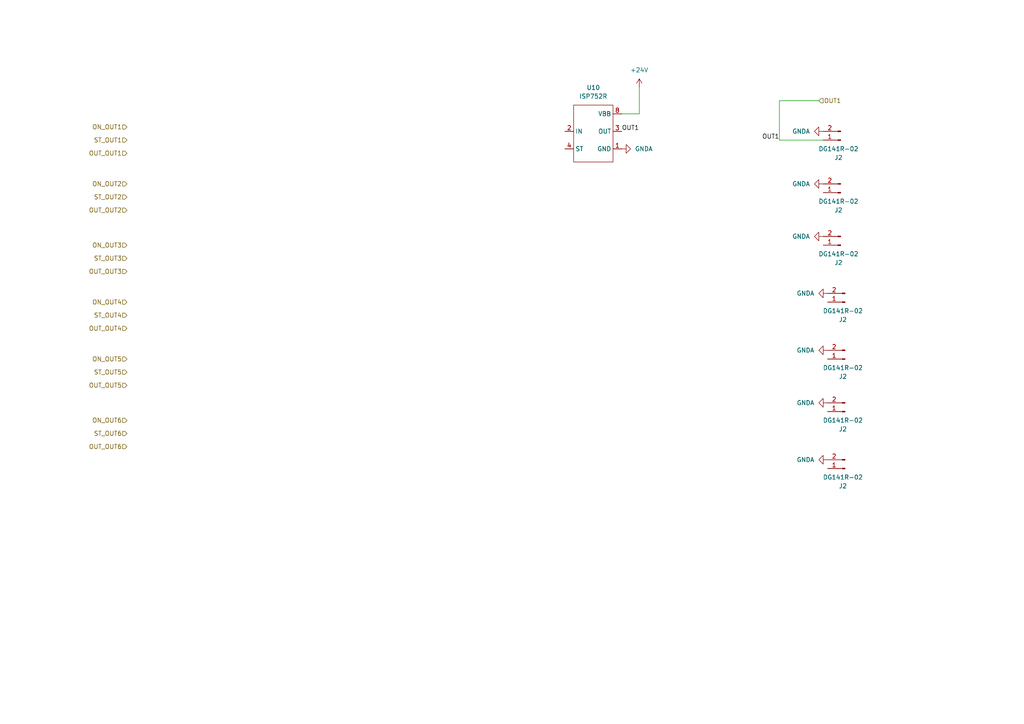
<source format=kicad_sch>
(kicad_sch (version 20230121) (generator eeschema)
  (paper "A4")
  (lib_symbols
    (symbol "Connector:Conn_01x02_Pin" (pin_names (offset 1.016) hide)
      (property "Reference" "J" (at 0 2.54 0))
      (property "Value" "Conn_01x02_Pin" (at 0 -5.08 0))
      (symbol "Conn_01x02_Pin_1_1"
        (polyline (pts (xy 1.27 -2.54) (xy 0.8636 -2.54)) (stroke (width 0.1524)))
        (polyline (pts (xy 1.27 0) (xy 0.8636 0)) (stroke (width 0.1524)))
        (rectangle (start 0.8636 -2.413) (end 0 -2.667) (stroke (width 0.1524)) (fill (type outline)))
        (rectangle (start 0.8636 0.127) (end 0 -0.127) (stroke (width 0.1524)) (fill (type outline)))
        (pin passive line (at 5.08 0 180) (length 3.81) (name "Pin_1") (number "1"))
        (pin passive line (at 5.08 -2.54 180) (length 3.81) (name "Pin_2") (number "2"))
      )
    )
    (symbol "PCM_4ms_Power-symbol:GNDA" (power) (pin_numbers hide) (pin_names (offset 0) hide)
      (property "Value" "GNDA" (at 0 -3.81 0))
      (symbol "GNDA_0_1"
        (polyline (pts (xy 0 0) (xy 0 -1.27) (xy 1.27 -1.27) (xy 0 -2.54) (xy -1.27 -1.27) (xy 0 -1.27)))
      )
      (symbol "GNDA_1_1"
        (pin power_in line (at 0 0 270) (length 0) hide (name "GNDA") (number "1"))
      )
    )
    (symbol "Power_Management:ISP752R"
      (property "Reference" "U" (at 0 2.54 0))
      (property "Value" "ISP752R" (at 0 0 0))
      (symbol "ISP752R_0_1"
        (rectangle (start -6.35 -2.54) (end 5.08 -19.05))
      )
      (symbol "ISP752R_1_1"
        (pin input line (at 7.62 -15.24 180) (length 2.54) (name "GND") (number "1"))
        (pin input line (at -8.89 -10.16 0) (length 2.54) (name "IN") (number "2"))
        (pin input line (at 7.62 -10.16 180) (length 2.54) (name "OUT") (number "3"))
        (pin input line (at -8.89 -15.24 0) (length 2.54) (name "ST") (number "4"))
        (pin input line (at 7.62 -5.08 180) (length 2.54) hide (name "") (number "5"))
        (pin input line (at 7.62 -5.08 180) (length 2.54) hide (name "") (number "6"))
        (pin input line (at 7.62 -5.08 180) (length 2.54) hide (name "") (number "7"))
        (pin input line (at 7.62 -5.08 180) (length 2.54) (name "VBB") (number "8"))
      )
    )
    (symbol "power:+24V" (power) (pin_numbers hide) (pin_names (offset 0) hide)
      (property "Value" "+24V" (at 0 3.556 0))
      (symbol "+24V_0_1"
        (polyline (pts (xy -0.762 1.27) (xy 0 2.54)))
        (polyline (pts (xy 0 0) (xy 0 2.54)))
        (polyline (pts (xy 0 2.54) (xy 0.762 1.27)))
      )
      (symbol "+24V_1_1"
        (pin power_in line (at 0 0 90) (length 0) hide (name "+24V") (number "1"))
      )
    )
  )
  (wire (pts (xy 237.49 29.21) (xy 226.06 29.21)))
  (wire (pts (xy 180.34 33.02) (xy 185.42 33.02)))
  (wire (pts (xy 226.06 29.21) (xy 226.06 40.64)))
  (wire (pts (xy 226.06 40.64) (xy 238.76 40.64)))
  (wire (pts (xy 185.42 33.02) (xy 185.42 25.4)))
  (label "OUT1" (at 180.34 38.1 0))
  (label "OUT1" (at 226.06 40.64 180))
  (hierarchical_label "ON_OUT5" (shape input) (at 36.83 104.14 180))
  (hierarchical_label "OUT_OUT2" (shape input) (at 36.83 60.96 180))
  (hierarchical_label "OUT_OUT3" (shape input) (at 36.83 78.74 180))
  (hierarchical_label "ST_OUT3" (shape input) (at 36.83 74.93 180))
  (hierarchical_label "ON_OUT4" (shape input) (at 36.83 87.63 180))
  (hierarchical_label "OUT_OUT1" (shape input) (at 36.83 44.45 180))
  (hierarchical_label "ON_OUT6" (shape input) (at 36.83 121.92 180))
  (hierarchical_label "ON_OUT1" (shape input) (at 36.83 36.83 180))
  (hierarchical_label "OUT1" (shape input) (at 237.49 29.21 0))
  (hierarchical_label "ST_OUT6" (shape input) (at 36.83 125.73 180))
  (hierarchical_label "ST_OUT4" (shape input) (at 36.83 91.44 180))
  (hierarchical_label "OUT_OUT5" (shape input) (at 36.83 111.76 180))
  (hierarchical_label "ST_OUT2" (shape input) (at 36.83 57.15 180))
  (hierarchical_label "ON_OUT2" (shape input) (at 36.83 53.34 180))
  (hierarchical_label "ST_OUT1" (shape input) (at 36.83 40.64 180))
  (hierarchical_label "OUT_OUT4" (shape input) (at 36.83 95.25 180))
  (hierarchical_label "ST_OUT5" (shape input) (at 36.83 107.95 180))
  (hierarchical_label "ON_OUT3" (shape input) (at 36.83 71.12 180))
  (hierarchical_label "OUT_OUT6" (shape input) (at 36.83 129.54 180))
  (symbol (lib_id "power:+24V") (at 185.42 25.4 0) (unit 1)
    (property "Reference" "#PWR032" (effects hide))
    (property "Value" "+24V" (at 185.42 20.32 0))
    (instances (project "Плата дискретных входов" (path "" (reference "#PWR032") (unit 1)) (path "" (reference "#PWR0193") (unit 1))))
  )
  (symbol (lib_id "PCM_4ms_Power-symbol:GNDA") (at 240.03 116.84 270) (unit 1)
    (property "Reference" "#PWR0140" (effects hide))
    (property "Value" "GNDA" (at 236.22 116.84 90) (effects (justify right)))
    (instances (project "Плата дискретных входов" (path "" (reference "#PWR0140") (unit 1)) (path "" (reference "#PWR0171") (unit 1)) (path "" (reference "#PWR0190") (unit 1))) (project "Плата фото светодиоды" (path "" (reference "#PWR03") (unit 1))))
  )
  (symbol (lib_id "Connector:Conn_01x02_Pin") (at 245.11 119.38 180) (unit 1)
    (property "Reference" "J2" (at 244.475 124.46 0))
    (property "Value" "DG141R-02" (at 244.475 121.92 0))
    (property "Footprint" "Connector:DG141R-02" (effects hide))
    (instances (project "Плата дискретных входов" (path "" (reference "J2") (unit 1)) (path "" (reference "J9") (unit 1)) (path "" (reference "J14") (unit 1))))
  )
  (symbol (lib_id "PCM_4ms_Power-symbol:GNDA") (at 180.34 43.18 90) (unit 1)
    (property "Reference" "#PWR0140" (effects hide))
    (property "Value" "GNDA" (at 184.15 43.18 90) (effects (justify right)))
    (instances (project "Плата дискретных входов" (path "" (reference "#PWR0140") (unit 1)) (path "" (reference "#PWR0171") (unit 1)) (path "" (reference "#PWR0192") (unit 1))) (project "Плата фото светодиоды" (path "" (reference "#PWR03") (unit 1))))
  )
  (symbol (lib_id "PCM_4ms_Power-symbol:GNDA") (at 240.03 133.35 270) (unit 1)
    (property "Reference" "#PWR0140" (effects hide))
    (property "Value" "GNDA" (at 236.22 133.35 90) (effects (justify right)))
    (instances (project "Плата дискретных входов" (path "" (reference "#PWR0140") (unit 1)) (path "" (reference "#PWR0171") (unit 1)) (path "" (reference "#PWR0191") (unit 1))) (project "Плата фото светодиоды" (path "" (reference "#PWR03") (unit 1))))
  )
  (symbol (lib_id "PCM_4ms_Power-symbol:GNDA") (at 238.76 38.1 270) (unit 1)
    (property "Reference" "#PWR0140" (effects hide))
    (property "Value" "GNDA" (at 234.95 38.1 90) (effects (justify right)))
    (instances (project "Плата дискретных входов" (path "" (reference "#PWR0140") (unit 1)) (path "" (reference "#PWR0171") (unit 1)) (path "" (reference "#PWR0171") (unit 1))) (project "Плата фото светодиоды" (path "" (reference "#PWR03") (unit 1))))
  )
  (symbol (lib_id "Connector:Conn_01x02_Pin") (at 243.84 55.88 180) (unit 1)
    (property "Reference" "J2" (at 243.205 60.96 0))
    (property "Value" "DG141R-02" (at 243.205 58.42 0))
    (property "Footprint" "Connector:DG141R-02" (effects hide))
    (instances (project "Плата дискретных входов" (path "" (reference "J2") (unit 1)) (path "" (reference "J9") (unit 1)) (path "" (reference "J10") (unit 1))))
  )
  (symbol (lib_id "Connector:Conn_01x02_Pin") (at 245.11 87.63 180) (unit 1)
    (property "Reference" "J2" (at 244.475 92.71 0))
    (property "Value" "DG141R-02" (at 244.475 90.17 0))
    (property "Footprint" "Connector:DG141R-02" (effects hide))
    (instances (project "Плата дискретных входов" (path "" (reference "J2") (unit 1)) (path "" (reference "J9") (unit 1)) (path "" (reference "J12") (unit 1))))
  )
  (symbol (lib_id "Connector:Conn_01x02_Pin") (at 243.84 40.64 180) (unit 1)
    (property "Reference" "J2" (at 243.205 45.72 0))
    (property "Value" "DG141R-02" (at 243.205 43.18 0))
    (property "Footprint" "Connector:DG141R-02" (effects hide))
    (instances (project "Плата дискретных входов" (path "" (reference "J2") (unit 1)) (path "" (reference "J9") (unit 1)) (path "" (reference "J9") (unit 1))))
  )
  (symbol (lib_id "Connector:Conn_01x02_Pin") (at 245.11 135.89 180) (unit 1)
    (property "Reference" "J2" (at 244.475 140.97 0))
    (property "Value" "DG141R-02" (at 244.475 138.43 0))
    (property "Footprint" "Connector:DG141R-02" (effects hide))
    (instances (project "Плата дискретных входов" (path "" (reference "J2") (unit 1)) (path "" (reference "J9") (unit 1)) (path "" (reference "J15") (unit 1))))
  )
  (symbol (lib_id "PCM_4ms_Power-symbol:GNDA") (at 240.03 101.6 270) (unit 1)
    (property "Reference" "#PWR0140" (effects hide))
    (property "Value" "GNDA" (at 236.22 101.6 90) (effects (justify right)))
    (instances (project "Плата дискретных входов" (path "" (reference "#PWR0140") (unit 1)) (path "" (reference "#PWR0171") (unit 1)) (path "" (reference "#PWR0189") (unit 1))) (project "Плата фото светодиоды" (path "" (reference "#PWR03") (unit 1))))
  )
  (symbol (lib_id "PCM_4ms_Power-symbol:GNDA") (at 238.76 53.34 270) (unit 1)
    (property "Reference" "#PWR0140" (effects hide))
    (property "Value" "GNDA" (at 234.95 53.34 90) (effects (justify right)))
    (instances (project "Плата дискретных входов" (path "" (reference "#PWR0140") (unit 1)) (path "" (reference "#PWR0171") (unit 1)) (path "" (reference "#PWR0186") (unit 1))) (project "Плата фото светодиоды" (path "" (reference "#PWR03") (unit 1))))
  )
  (symbol (lib_id "Connector:Conn_01x02_Pin") (at 245.11 104.14 180) (unit 1)
    (property "Reference" "J2" (at 244.475 109.22 0))
    (property "Value" "DG141R-02" (at 244.475 106.68 0))
    (property "Footprint" "Connector:DG141R-02" (effects hide))
    (instances (project "Плата дискретных входов" (path "" (reference "J2") (unit 1)) (path "" (reference "J9") (unit 1)) (path "" (reference "J13") (unit 1))))
  )
  (symbol (lib_id "PCM_4ms_Power-symbol:GNDA") (at 238.76 68.58 270) (unit 1)
    (property "Reference" "#PWR0140" (effects hide))
    (property "Value" "GNDA" (at 234.95 68.58 90) (effects (justify right)))
    (instances (project "Плата дискретных входов" (path "" (reference "#PWR0140") (unit 1)) (path "" (reference "#PWR0171") (unit 1)) (path "" (reference "#PWR0187") (unit 1))) (project "Плата фото светодиоды" (path "" (reference "#PWR03") (unit 1))))
  )
  (symbol (lib_id "PCM_4ms_Power-symbol:GNDA") (at 240.03 85.09 270) (unit 1)
    (property "Reference" "#PWR0140" (effects hide))
    (property "Value" "GNDA" (at 236.22 85.09 90) (effects (justify right)))
    (instances (project "Плата дискретных входов" (path "" (reference "#PWR0140") (unit 1)) (path "" (reference "#PWR0171") (unit 1)) (path "" (reference "#PWR0188") (unit 1))) (project "Плата фото светодиоды" (path "" (reference "#PWR03") (unit 1))))
  )
  (symbol (lib_id "Connector:Conn_01x02_Pin") (at 243.84 71.12 180) (unit 1)
    (property "Reference" "J2" (at 243.205 76.2 0))
    (property "Value" "DG141R-02" (at 243.205 73.66 0))
    (property "Footprint" "Connector:DG141R-02" (effects hide))
    (instances (project "Плата дискретных входов" (path "" (reference "J2") (unit 1)) (path "" (reference "J9") (unit 1)) (path "" (reference "J11") (unit 1))))
  )
  (symbol (lib_id "Power_Management:ISP752R") (at 172.72 27.94 0) (unit 1)
    (property "Reference" "U10" (at 172.085 25.4 0))
    (property "Value" "ISP752R" (at 172.085 27.94 0))
    (property "Footprint" "PCM_Package_SO_AKL:SO-8_3.9x4.9mm_P1.27mm" (effects hide))
  )
)
</source>
